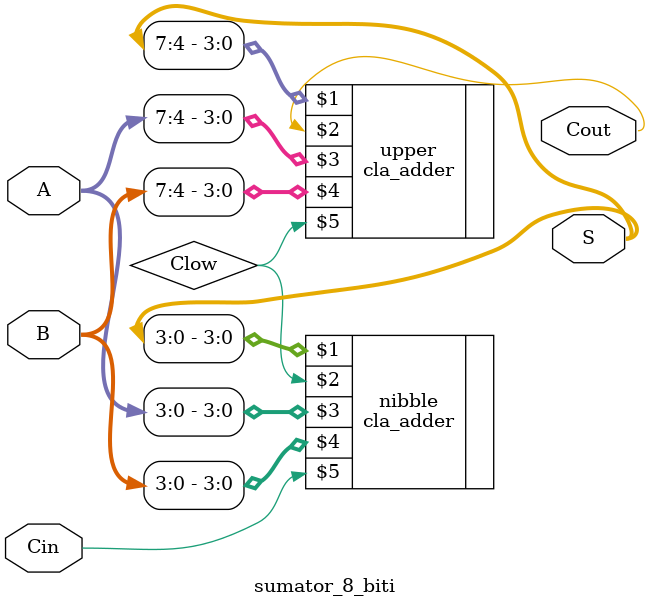
<source format=v>
`timescale 1ns / 1ps
module sumator_8_biti(
			output  [7: 0]  S,
        output          Cout,
        input   [7: 0]  A,
        input   [7: 0]  B,
        input           Cin
    );

	wire Clow;

	cla_adder nibble(S[3:0], Clow, A[3:0], B[3:0], Cin);
	cla_adder upper(S[7:4], Cout, A[7:4], B[7:4], Clow);

endmodule

</source>
